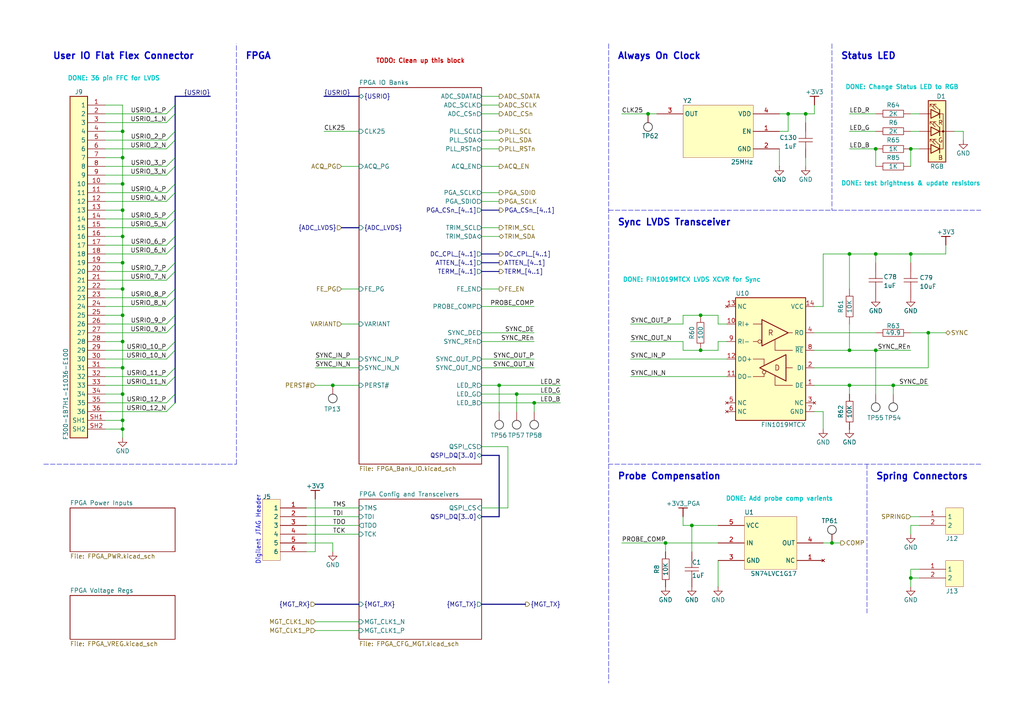
<source format=kicad_sch>
(kicad_sch (version 20250114) (generator "eeschema") (generator_version "9.0")
  (paper "A4")
  (title_block (title "ThunderScope") (rev "5") (company "EEVengers") (comment 1 "Aleksa Bjelogrlic"))
  (bus_alias "USRIO" (members "USRIO_1_P" "USRIO_1_N" "USRIO_2_P" "USRIO_2_N" "USRIO_3_P" "USRIO_3_N" "USRIO_4_P" "USRIO_4_N" "USRIO_5_P" "USRIO_5_N" "USRIO_6_P" "USRIO_6_N" "USRIO_7_P" "USRIO_7_N" "USRIO_8_P" "USRIO_8_N" "USRIO_9_P" "USRIO_9_N" "USRIO_10_P" "USRIO_10_N" "USRIO_11_P" "USRIO_11_N" "USRIO_12_P" "USRIO_12_N"))
  (text "DONE: Add probe comp varients" (at 226.06 144.78 0) (effects (font (size 1.27 1.27) (thickness 0.254) (bold yes))))
  (text "Always On Clock" (at 179.07 15.24 0) (effects (font (size 1.905 1.905) (thickness 0.381) (bold yes)) (justify left top)))
  (text "Sync LVDS Transceiver " (at 179.07 63.5 0) (effects (font (size 1.905 1.905) (thickness 0.381) (bold yes)) (justify left top)))
  (text "DONE: test brightness & update resistors" (at 264.16 53.34 0) (effects (font (size 1.27 1.27) (thickness 0.254) (bold yes))))
  (text "Spring Connectors" (at 254 137.16 0) (effects (font (size 1.905 1.905) (thickness 0.381) (bold yes)) (justify left top)))
  (text "User IO Flat Flex Connector" (at 15.24 15.24 0) (effects (font (size 1.905 1.905) (thickness 0.381) (bold yes)) (justify left top)))
  (text "TODO: Clean up this block" (at 121.92 17.78 0) (effects (font (size 1.27 1.27) (thickness 0.254) (bold yes))))
  (text "Status LED" (at 243.84 15.24 0) (effects (font (size 1.905 1.905) (thickness 0.381) (bold yes)) (justify left top)))
  (text "Probe Compensation" (at 179.07 137.16 0) (effects (font (size 1.905 1.905) (thickness 0.381) (bold yes)) (justify left top)))
  (text "DONE: FIN1019MTCX LVDS XCVR for Sync" (at 200.66 81.28 0) (effects (font (size 1.27 1.27) (thickness 0.254) (bold yes))))
  (text "Digilent JTAG Header" (at 74.93 153.67 90) (effects (font (size 1.27 1.27))))
  (text "DONE: Change Status LED to RGB" (at 261.62 25.4 0) (effects (font (size 1.27 1.27) (thickness 0.254) (bold yes))))
  (text "FPGA" (at 71.12 15.24 0) (effects (font (size 1.905 1.905) (thickness 0.381) (bold yes)) (justify left top)))
  (text "DONE: 36 pin FFC for LVDS" (at 33.02 22.86 0) (effects (font (size 1.27 1.27) (thickness 0.254) (bold yes))))
  (junction (at 203.2 101.6))
  (junction (at 246.38 111.76))
  (junction (at 35.56 60.96))
  (junction (at 35.56 124.46))
  (junction (at 35.56 121.92))
  (junction (at 228.6 33.02))
  (junction (at 203.2 91.44))
  (junction (at 254 101.6))
  (junction (at 233.68 33.02))
  (junction (at 35.56 83.82))
  (junction (at 144.78 111.76))
  (junction (at 269.24 96.52))
  (junction (at 96.52 111.76))
  (junction (at 193.04 157.48))
  (junction (at 35.56 76.2))
  (junction (at 149.86 114.3))
  (junction (at 35.56 38.1))
  (junction (at 259.08 111.76))
  (junction (at 264.16 43.18))
  (junction (at 254 73.66))
  (junction (at 241.3 157.48))
  (junction (at 35.56 106.68))
  (junction (at 264.16 73.66))
  (junction (at 35.56 91.44))
  (junction (at 187.96 33.02))
  (junction (at 35.56 99.06))
  (junction (at 35.56 68.58))
  (junction (at 35.56 114.3))
  (junction (at 246.38 101.6))
  (junction (at 35.56 45.72))
  (junction (at 154.94 116.84))
  (junction (at 264.16 167.64))
  (junction (at 246.38 73.66))
  (junction (at 254 43.18))
  (junction (at 35.56 53.34))
  (junction (at 200.66 152.4))
  (bus_entry (at 50.8 101.6) (size -2.54 2.54))
  (bus_entry (at 50.8 55.88) (size -2.54 2.54))
  (bus_entry (at 50.8 68.58) (size -2.54 2.54))
  (bus_entry (at 50.8 71.12) (size -2.54 2.54))
  (bus_entry (at 50.8 76.2) (size -2.54 2.54))
  (bus_entry (at 50.8 60.96) (size -2.54 2.54))
  (bus_entry (at 50.8 63.5) (size -2.54 2.54))
  (bus_entry (at 50.8 38.1) (size -2.54 2.54))
  (bus_entry (at 50.8 106.68) (size -2.54 2.54))
  (bus_entry (at 50.8 30.48) (size -2.54 2.54))
  (bus_entry (at 50.8 45.72) (size -2.54 2.54))
  (bus_entry (at 50.8 40.64) (size -2.54 2.54))
  (bus_entry (at 50.8 99.06) (size -2.54 2.54))
  (bus_entry (at 50.8 86.36) (size -2.54 2.54))
  (bus_entry (at 50.8 53.34) (size -2.54 2.54))
  (bus_entry (at 50.8 78.74) (size -2.54 2.54))
  (bus_entry (at 50.8 83.82) (size -2.54 2.54))
  (bus_entry (at 50.8 116.84) (size -2.54 2.54))
  (bus_entry (at 50.8 48.26) (size -2.54 2.54))
  (bus_entry (at 50.8 93.98) (size -2.54 2.54))
  (bus_entry (at 50.8 114.3) (size -2.54 2.54))
  (bus_entry (at 50.8 109.22) (size -2.54 2.54))
  (bus_entry (at 50.8 91.44) (size -2.54 2.54))
  (bus_entry (at 50.8 33.02) (size -2.54 2.54))
  (wire (pts (xy 190.5 33.02) (xy 187.96 33.02)))
  (wire (pts (xy 259.08 111.76) (xy 269.24 111.76)))
  (wire (pts (xy 139.7 68.58) (xy 144.78 68.58)))
  (wire (pts (xy 269.24 106.68) (xy 269.24 96.52)))
  (wire (pts (xy 236.22 106.68) (xy 269.24 106.68)))
  (bus (pts (xy 50.8 114.3) (xy 50.8 116.84)))
  (wire (pts (xy 264.16 167.64) (xy 264.16 165.1)))
  (bus (pts (xy 50.8 27.94) (xy 50.8 30.48)))
  (wire (pts (xy 88.9 152.4) (xy 104.14 152.4)))
  (wire (pts (xy 149.86 114.3) (xy 139.7 114.3)))
  (bus (pts (xy 50.8 71.12) (xy 50.8 76.2)))
  (wire (pts (xy 198.12 101.6) (xy 203.2 101.6)))
  (wire (pts (xy 246.38 111.76) (xy 259.08 111.76)))
  (wire (pts (xy 139.7 99.06) (xy 154.94 99.06)))
  (wire (pts (xy 35.56 99.06) (xy 30.48 99.06)))
  (wire (pts (xy 236.22 119.38) (xy 238.76 119.38)))
  (wire (pts (xy 35.56 45.72) (xy 30.48 45.72)))
  (wire (pts (xy 266.7 165.1) (xy 264.16 165.1)))
  (wire (pts (xy 246.38 114.3) (xy 246.38 111.76)))
  (wire (pts (xy 226.06 48.26) (xy 226.06 43.18)))
  (wire (pts (xy 35.56 68.58) (xy 30.48 68.58)))
  (wire (pts (xy 48.26 73.66) (xy 30.48 73.66)))
  (wire (pts (xy 154.94 106.68) (xy 139.7 106.68)))
  (bus (pts (xy 50.8 30.48) (xy 50.8 33.02)))
  (wire (pts (xy 208.28 101.6) (xy 208.28 99.06)))
  (bus (pts (xy 50.8 76.2) (xy 50.8 78.74)))
  (wire (pts (xy 91.44 106.68) (xy 104.14 106.68)))
  (wire (pts (xy 139.7 33.02) (xy 144.78 33.02)))
  (wire (pts (xy 274.32 71.12) (xy 274.32 73.66)))
  (wire (pts (xy 91.44 182.88) (xy 104.14 182.88)))
  (wire (pts (xy 154.94 116.84) (xy 162.56 116.84)))
  (bus (pts (xy 50.8 45.72) (xy 50.8 48.26)))
  (bus (pts (xy 50.8 38.1) (xy 50.8 40.64)))
  (polyline (pts (xy 284.48 134.62) (xy 176.53 134.62)) (stroke (width 0.127) (type dash)))
  (wire (pts (xy 226.06 33.02) (xy 228.6 33.02)))
  (wire (pts (xy 254 73.66) (xy 264.16 73.66)))
  (wire (pts (xy 238.76 119.38) (xy 238.76 124.46)))
  (wire (pts (xy 276.86 38.1) (xy 279.4 38.1)))
  (bus (pts (xy 50.8 48.26) (xy 50.8 53.34)))
  (wire (pts (xy 246.38 101.6) (xy 254 101.6)))
  (wire (pts (xy 147.32 147.32) (xy 139.7 147.32)))
  (wire (pts (xy 264.16 170.18) (xy 264.16 167.64)))
  (wire (pts (xy 35.56 114.3) (xy 30.48 114.3)))
  (wire (pts (xy 144.78 58.42) (xy 139.7 58.42)))
  (wire (pts (xy 139.7 96.52) (xy 154.94 96.52)))
  (wire (pts (xy 241.3 157.48) (xy 238.76 157.48)))
  (wire (pts (xy 264.16 33.02) (xy 266.7 33.02)))
  (wire (pts (xy 48.26 55.88) (xy 30.48 55.88)))
  (wire (pts (xy 35.56 53.34) (xy 35.56 60.96)))
  (wire (pts (xy 99.06 48.26) (xy 104.14 48.26)))
  (wire (pts (xy 139.7 43.18) (xy 144.78 43.18)))
  (bus (pts (xy 50.8 99.06) (xy 50.8 101.6)))
  (bus (pts (xy 139.7 76.2) (xy 144.78 76.2)) (stroke (width 0.254)))
  (wire (pts (xy 228.6 33.02) (xy 233.68 33.02)))
  (wire (pts (xy 149.86 114.3) (xy 162.56 114.3)))
  (wire (pts (xy 264.16 152.4) (xy 264.16 154.94)))
  (wire (pts (xy 48.26 63.5) (xy 30.48 63.5)))
  (bus (pts (xy 144.78 132.08) (xy 144.78 149.86)))
  (wire (pts (xy 279.4 38.1) (xy 279.4 40.64)))
  (wire (pts (xy 35.56 114.3) (xy 35.56 121.92)))
  (wire (pts (xy 274.32 73.66) (xy 264.16 73.66)))
  (wire (pts (xy 48.26 33.02) (xy 30.48 33.02)))
  (wire (pts (xy 236.22 30.48) (xy 236.22 33.02)))
  (wire (pts (xy 187.96 33.02) (xy 180.34 33.02)))
  (wire (pts (xy 35.56 106.68) (xy 35.56 114.3)))
  (wire (pts (xy 236.22 111.76) (xy 246.38 111.76)))
  (wire (pts (xy 48.26 104.14) (xy 30.48 104.14)))
  (polyline (pts (xy 176.53 12.7) (xy 176.53 198.12)) (stroke (width 0.127) (type dash)))
  (wire (pts (xy 210.82 109.22) (xy 182.88 109.22)))
  (wire (pts (xy 91.44 180.34) (xy 104.14 180.34)))
  (wire (pts (xy 246.38 33.02) (xy 254 33.02)))
  (wire (pts (xy 48.26 78.74) (xy 30.48 78.74)))
  (bus (pts (xy 50.8 55.88) (xy 50.8 60.96)))
  (wire (pts (xy 144.78 48.26) (xy 139.7 48.26)))
  (wire (pts (xy 264.16 96.52) (xy 269.24 96.52)))
  (wire (pts (xy 96.52 157.48) (xy 96.52 160.02)))
  (wire (pts (xy 154.94 116.84) (xy 139.7 116.84)))
  (polyline (pts (xy 241.3 12.7) (xy 241.3 60.96)) (stroke (width 0.127) (type dash)))
  (wire (pts (xy 154.94 116.84) (xy 154.94 119.38)))
  (wire (pts (xy 35.56 91.44) (xy 30.48 91.44)))
  (wire (pts (xy 266.7 152.4) (xy 264.16 152.4)))
  (wire (pts (xy 48.26 111.76) (xy 30.48 111.76)))
  (polyline (pts (xy 251.46 134.62) (xy 251.46 177.8)) (stroke (width 0.127) (type dash)))
  (wire (pts (xy 104.14 38.1) (xy 93.98 38.1)))
  (polyline (pts (xy 68.58 134.62) (xy 68.58 12.7)) (stroke (width 0.127) (type dash)))
  (bus (pts (xy 50.8 109.22) (xy 50.8 114.3)))
  (bus (pts (xy 139.7 175.26) (xy 152.4 175.26)))
  (wire (pts (xy 35.56 38.1) (xy 35.56 45.72)))
  (wire (pts (xy 48.26 40.64) (xy 30.48 40.64)))
  (wire (pts (xy 48.26 50.8) (xy 30.48 50.8)))
  (wire (pts (xy 246.38 43.18) (xy 254 43.18)))
  (wire (pts (xy 139.7 88.9) (xy 154.94 88.9)))
  (wire (pts (xy 198.12 152.4) (xy 200.66 152.4)))
  (wire (pts (xy 243.84 157.48) (xy 241.3 157.48)))
  (wire (pts (xy 48.26 116.84) (xy 30.48 116.84)))
  (wire (pts (xy 48.26 35.56) (xy 30.48 35.56)))
  (bus (pts (xy 139.7 132.08) (xy 144.78 132.08)))
  (wire (pts (xy 236.22 101.6) (xy 246.38 101.6)))
  (wire (pts (xy 144.78 111.76) (xy 139.7 111.76)))
  (wire (pts (xy 193.04 157.48) (xy 208.28 157.48)))
  (wire (pts (xy 198.12 93.98) (xy 198.12 91.44)))
  (wire (pts (xy 228.6 38.1) (xy 228.6 33.02)))
  (wire (pts (xy 48.26 86.36) (xy 30.48 86.36)))
  (wire (pts (xy 91.44 104.14) (xy 104.14 104.14)))
  (wire (pts (xy 233.68 33.02) (xy 233.68 35.56)))
  (wire (pts (xy 198.12 93.98) (xy 182.88 93.98)))
  (wire (pts (xy 238.76 73.66) (xy 246.38 73.66)))
  (wire (pts (xy 264.16 38.1) (xy 266.7 38.1)))
  (wire (pts (xy 144.78 111.76) (xy 144.78 119.38)))
  (wire (pts (xy 226.06 38.1) (xy 228.6 38.1)))
  (wire (pts (xy 48.26 43.18) (xy 30.48 43.18)))
  (wire (pts (xy 35.56 121.92) (xy 30.48 121.92)))
  (wire (pts (xy 35.56 83.82) (xy 30.48 83.82)))
  (wire (pts (xy 35.56 127) (xy 35.56 124.46)))
  (wire (pts (xy 48.26 66.04) (xy 30.48 66.04)))
  (wire (pts (xy 264.16 73.66) (xy 264.16 76.2)))
  (wire (pts (xy 254 73.66) (xy 254 76.2)))
  (wire (pts (xy 96.52 111.76) (xy 104.14 111.76)))
  (wire (pts (xy 35.56 83.82) (xy 35.56 91.44)))
  (wire (pts (xy 208.28 91.44) (xy 203.2 91.44)))
  (wire (pts (xy 35.56 60.96) (xy 35.56 68.58)))
  (wire (pts (xy 144.78 30.48) (xy 139.7 30.48)))
  (wire (pts (xy 35.56 76.2) (xy 30.48 76.2)))
  (wire (pts (xy 48.26 48.26) (xy 30.48 48.26)))
  (wire (pts (xy 35.56 76.2) (xy 35.56 83.82)))
  (bus (pts (xy 50.8 101.6) (xy 50.8 106.68)))
  (wire (pts (xy 208.28 101.6) (xy 203.2 101.6)))
  (wire (pts (xy 246.38 73.66) (xy 254 73.66)))
  (wire (pts (xy 198.12 91.44) (xy 203.2 91.44)))
  (bus (pts (xy 50.8 83.82) (xy 50.8 86.36)))
  (wire (pts (xy 200.66 152.4) (xy 208.28 152.4)))
  (wire (pts (xy 238.76 73.66) (xy 238.76 88.9)))
  (wire (pts (xy 264.16 149.86) (xy 266.7 149.86)))
  (bus (pts (xy 144.78 78.74) (xy 139.7 78.74)) (stroke (width 0.254)))
  (bus (pts (xy 50.8 27.94) (xy 60.96 27.94)))
  (bus (pts (xy 50.8 78.74) (xy 50.8 83.82)))
  (wire (pts (xy 198.12 99.06) (xy 182.88 99.06)))
  (bus (pts (xy 50.8 40.64) (xy 50.8 45.72)))
  (wire (pts (xy 200.66 152.4) (xy 200.66 160.02)))
  (wire (pts (xy 48.26 71.12) (xy 30.48 71.12)))
  (wire (pts (xy 35.56 124.46) (xy 30.48 124.46)))
  (polyline (pts (xy 176.53 60.96) (xy 284.48 60.96)) (stroke (width 0.127) (type dash)))
  (wire (pts (xy 208.28 91.44) (xy 208.28 93.98)))
  (wire (pts (xy 246.38 93.98) (xy 246.38 101.6)))
  (wire (pts (xy 233.68 33.02) (xy 236.22 33.02)))
  (wire (pts (xy 149.86 114.3) (xy 149.86 119.38)))
  (bus (pts (xy 144.78 73.66) (xy 139.7 73.66)) (stroke (width 0.254)))
  (wire (pts (xy 99.06 83.82) (xy 104.14 83.82)))
  (wire (pts (xy 259.08 114.3) (xy 259.08 111.76)))
  (wire (pts (xy 35.56 38.1) (xy 30.48 38.1)))
  (wire (pts (xy 254 43.18) (xy 254 48.26)))
  (bus (pts (xy 50.8 106.68) (xy 50.8 109.22)))
  (wire (pts (xy 144.78 111.76) (xy 162.56 111.76)))
  (bus (pts (xy 50.8 68.58) (xy 50.8 71.12)))
  (wire (pts (xy 139.7 38.1) (xy 144.78 38.1)))
  (wire (pts (xy 48.26 119.38) (xy 30.48 119.38)))
  (bus (pts (xy 50.8 86.36) (xy 50.8 91.44)))
  (bus (pts (xy 50.8 33.02) (xy 50.8 38.1)))
  (bus (pts (xy 99.06 66.04) (xy 104.14 66.04)))
  (bus (pts (xy 104.14 27.94) (xy 93.98 27.94)))
  (bus (pts (xy 139.7 60.96) (xy 144.78 60.96)) (stroke (width 0.254)))
  (wire (pts (xy 35.56 121.92) (xy 35.56 124.46)))
  (wire (pts (xy 208.28 99.06) (xy 210.82 99.06)))
  (wire (pts (xy 99.06 93.98) (xy 104.14 93.98)))
  (wire (pts (xy 48.26 88.9) (xy 30.48 88.9)))
  (wire (pts (xy 264.16 43.18) (xy 266.7 43.18)))
  (bus (pts (xy 50.8 53.34) (xy 50.8 55.88)))
  (wire (pts (xy 35.56 53.34) (xy 30.48 53.34)))
  (wire (pts (xy 48.26 81.28) (xy 30.48 81.28)))
  (wire (pts (xy 180.34 157.48) (xy 193.04 157.48)))
  (wire (pts (xy 208.28 93.98) (xy 210.82 93.98)))
  (wire (pts (xy 246.38 38.1) (xy 254 38.1)))
  (wire (pts (xy 35.56 30.48) (xy 35.56 38.1)))
  (wire (pts (xy 35.56 45.72) (xy 35.56 53.34)))
  (wire (pts (xy 35.56 68.58) (xy 35.56 76.2)))
  (wire (pts (xy 154.94 104.14) (xy 139.7 104.14)))
  (wire (pts (xy 91.44 160.02) (xy 91.44 144.78)))
  (wire (pts (xy 35.56 99.06) (xy 35.56 106.68)))
  (wire (pts (xy 246.38 73.66) (xy 246.38 83.82)))
  (bus (pts (xy 91.44 175.26) (xy 104.14 175.26)))
  (wire (pts (xy 88.9 160.02) (xy 91.44 160.02)))
  (wire (pts (xy 193.04 157.48) (xy 193.04 160.02)))
  (wire (pts (xy 233.68 48.26) (xy 233.68 45.72)))
  (bus (pts (xy 139.7 149.86) (xy 144.78 149.86)))
  (wire (pts (xy 88.9 154.94) (xy 104.14 154.94)))
  (polyline (pts (xy 12.7 134.62) (xy 68.58 134.62)) (stroke (width 0.127) (type dash)))
  (wire (pts (xy 236.22 88.9) (xy 238.76 88.9)))
  (wire (pts (xy 208.28 162.56) (xy 208.28 170.18)))
  (wire (pts (xy 139.7 83.82) (xy 144.78 83.82)))
  (bus (pts (xy 50.8 91.44) (xy 50.8 93.98)))
  (wire (pts (xy 269.24 96.52) (xy 274.32 96.52)))
  (wire (pts (xy 147.32 129.54) (xy 147.32 147.32)))
  (wire (pts (xy 91.44 111.76) (xy 96.52 111.76)))
  (wire (pts (xy 139.7 55.88) (xy 144.78 55.88)))
  (bus (pts (xy 50.8 60.96) (xy 50.8 63.5)))
  (wire (pts (xy 48.26 109.22) (xy 30.48 109.22)))
  (wire (pts (xy 254 101.6) (xy 264.16 101.6)))
  (wire (pts (xy 139.7 27.94) (xy 144.78 27.94)))
  (wire (pts (xy 48.26 101.6) (xy 30.48 101.6)))
  (wire (pts (xy 35.56 106.68) (xy 30.48 106.68)))
  (wire (pts (xy 48.26 93.98) (xy 30.48 93.98)))
  (wire (pts (xy 198.12 149.86) (xy 198.12 152.4)))
  (wire (pts (xy 254 96.52) (xy 236.22 96.52)))
  (wire (pts (xy 139.7 129.54) (xy 147.32 129.54)))
  (bus (pts (xy 50.8 93.98) (xy 50.8 99.06)))
  (wire (pts (xy 48.26 58.42) (xy 30.48 58.42)))
  (wire (pts (xy 88.9 147.32) (xy 104.14 147.32)))
  (wire (pts (xy 139.7 66.04) (xy 144.78 66.04)))
  (wire (pts (xy 144.78 40.64) (xy 139.7 40.64)))
  (wire (pts (xy 48.26 96.52) (xy 30.48 96.52)))
  (wire (pts (xy 88.9 157.48) (xy 96.52 157.48)))
  (wire (pts (xy 266.7 167.64) (xy 264.16 167.64)))
  (wire (pts (xy 88.9 149.86) (xy 104.14 149.86)))
  (wire (pts (xy 264.16 43.18) (xy 264.16 48.26)))
  (wire (pts (xy 35.56 60.96) (xy 30.48 60.96)))
  (wire (pts (xy 198.12 99.06) (xy 198.12 101.6)))
  (wire (pts (xy 254 101.6) (xy 254 114.3)))
  (wire (pts (xy 30.48 30.48) (xy 35.56 30.48)))
  (wire (pts (xy 210.82 104.14) (xy 182.88 104.14)))
  (wire (pts (xy 35.56 91.44) (xy 35.56 99.06)))
  (bus (pts (xy 50.8 63.5) (xy 50.8 68.58)))
  (label "{USRIO}" (at 93.98 27.94 0))
  (label "USRIO_12_P" (at 48.26 116.84 180))
  (label "USRIO_10_P" (at 48.26 101.6 180))
  (label "SYNC_DE" (at 269.24 111.76 180))
  (label "USRIO_9_N" (at 48.26 96.52 180))
  (label "SYNC_IN_N" (at 91.44 106.68 0))
  (label "USRIO_12_N" (at 48.26 119.38 180))
  (label "USRIO_4_N" (at 48.26 58.42 180))
  (label "LED_B" (at 246.38 43.18 0))
  (label "{USRIO}" (at 60.96 27.94 180))
  (label "SYNC_IN_P" (at 91.44 104.14 0))
  (label "SYNC_REn" (at 264.16 101.6 180))
  (label "CLK25" (at 180.34 33.02 0))
  (label "USRIO_4_P" (at 48.26 55.88 180))
  (label "USRIO_1_N" (at 48.26 35.56 180))
  (label "TMS" (at 96.52 147.32 0))
  (label "USRIO_11_N" (at 48.26 111.76 180))
  (label "USRIO_5_N" (at 48.26 66.04 180))
  (label "SYNC_DE" (at 154.94 96.52 180))
  (label "USRIO_5_P" (at 48.26 63.5 180))
  (label "PROBE_COMP" (at 154.94 88.9 180))
  (label "TDO" (at 96.52 152.4 0))
  (label "CLK25" (at 93.98 38.1 0))
  (label "SYNC_OUT_P" (at 182.88 93.98 0))
  (label "TDI" (at 96.52 149.86 0))
  (label "USRIO_10_N" (at 48.26 104.14 180))
  (label "LED_G" (at 162.56 114.3 180))
  (label "SYNC_OUT_P" (at 154.94 104.14 180))
  (label "USRIO_3_N" (at 48.26 50.8 180))
  (label "SYNC_REn" (at 154.94 99.06 180))
  (label "SYNC_OUT_N" (at 182.88 99.06 0))
  (label "TCK" (at 96.52 154.94 0))
  (label "USRIO_7_P" (at 48.26 78.74 180))
  (label "USRIO_2_P" (at 48.26 40.64 180))
  (label "PROBE_COMP" (at 180.34 157.48 0))
  (label "USRIO_7_N" (at 48.26 81.28 180))
  (label "SYNC_OUT_N" (at 154.94 106.68 180))
  (label "USRIO_2_N" (at 48.26 43.18 180))
  (label "USRIO_6_P" (at 48.26 71.12 180))
  (label "USRIO_3_P" (at 48.26 48.26 180))
  (label "SYNC_IN_N" (at 182.88 109.22 0))
  (label "LED_R" (at 246.38 33.02 0))
  (label "LED_R" (at 162.56 111.76 180))
  (label "LED_B" (at 162.56 116.84 180))
  (label "USRIO_8_N" (at 48.26 88.9 180))
  (label "USRIO_11_P" (at 48.26 109.22 180))
  (label "USRIO_6_N" (at 48.26 73.66 180))
  (label "SYNC_IN_P" (at 182.88 104.14 0))
  (label "USRIO_1_P" (at 48.26 33.02 180))
  (label "USRIO_8_P" (at 48.26 86.36 180))
  (label "USRIO_9_P" (at 48.26 93.98 180))
  (label "LED_G" (at 246.38 38.1 0))
  (hierarchical_label "PLL_SDA" (shape bidirectional) (at 144.78 40.64 0))
  (hierarchical_label "ACQ_PG" (shape input) (at 99.06 48.26 180))
  (hierarchical_label "SPRING" (shape input) (at 264.16 149.86 180))
  (hierarchical_label "ATTEN_[4..1]" (shape output) (at 144.78 76.2 0))
  (hierarchical_label "FE_PG" (shape input) (at 99.06 83.82 180))
  (hierarchical_label "MGT_CLK1_P" (shape input) (at 91.44 182.88 180))
  (hierarchical_label "SYNC" (shape bidirectional) (at 274.32 96.52 0))
  (hierarchical_label "DC_CPL_[4..1]" (shape output) (at 144.78 73.66 0))
  (hierarchical_label "{ADC_LVDS}" (shape input) (at 99.06 66.04 180))
  (hierarchical_label "ADC_SDATA" (shape output) (at 144.78 27.94 0))
  (hierarchical_label "{MGT_TX}" (shape output) (at 152.4 175.26 0))
  (hierarchical_label "TRIM_SCL" (shape output) (at 144.78 66.04 0))
  (hierarchical_label "{MGT_RX}" (shape input) (at 91.44 175.26 180))
  (hierarchical_label "TRIM_SDA" (shape bidirectional) (at 144.78 68.58 0))
  (hierarchical_label "TERM_[4..1]" (shape output) (at 144.78 78.74 0))
  (hierarchical_label "ADC_SCLK" (shape output) (at 144.78 30.48 0))
  (hierarchical_label "PGA_SCLK" (shape output) (at 144.78 58.42 0))
  (hierarchical_label "FE_EN" (shape output) (at 144.78 83.82 0))
  (hierarchical_label "PLL_SCL" (shape output) (at 144.78 38.1 0))
  (hierarchical_label "PGA_CSn_[4..1]" (shape output) (at 144.78 60.96 0))
  (hierarchical_label "COMP" (shape output) (at 243.84 157.48 0))
  (hierarchical_label "ADC_CSn" (shape output) (at 144.78 33.02 0))
  (hierarchical_label "PERST#" (shape input) (at 91.44 111.76 180))
  (hierarchical_label "ACQ_EN" (shape output) (at 144.78 48.26 0))
  (hierarchical_label "VARIANT" (shape input) (at 99.06 93.98 180))
  (hierarchical_label "MGT_CLK1_N" (shape input) (at 91.44 180.34 180))
  (hierarchical_label "PLL_RSTn" (shape output) (at 144.78 43.18 0))
  (hierarchical_label "PGA_SDIO" (shape output) (at 144.78 55.88 0))
  (symbol (lib_id "Thunderscope_Rev5:RES 10K OHM 1% 1/10W 0402") (at 246.38 119.38 270) (mirror x) (unit 1)
    (property "Reference" "R62" (at 243.84 119.38 0))
    (property "Value" "10K" (at 246.38 119.38 0))
    (property "Footprint" "Thunderscope_Rev5:GEN_R_0402" (effects (hide yes)))
    (property "TOLERANCE" "1%" (effects (hide yes)))
    (property "PACKAGE" "0402" (effects (hide yes)))
    (property "SUPPLIER 1" "Mouser" (effects (hide yes)))
    (property "SUPPLIER PART NUMBER 1" "667-ERJ-2RKF1002X" (effects (hide yes)))
    (property "MANUFACTURER" "Panasonic" (effects (hide yes)))
    (property "MANUFACTURER PART NUMBER" "ERJ-2RKF1002X" (effects (hide yes)))
  )
  (symbol (lib_id "Thunderscope_Rev5:RES 2K OHM 1% 1/16W 0402") (at 259.08 33.02 0) (mirror y) (unit 1)
    (property "Reference" "R64" (at 259.08 30.48 0))
    (property "Value" "2K" (at 259.08 33.02 0))
    (property "Footprint" "Thunderscope_Rev5:GEN_R_0402" (effects (hide yes)))
    (property "TOLERANCE" "1%" (effects (hide yes)))
    (property "PACKAGE" "0402" (effects (hide yes)))
    (property "SUPPLIER 1" "Mouser" (effects (hide yes)))
    (property "SUPPLIER PART NUMBER 1" "603-RC0402FR-072KL" (effects (hide yes)))
    (property "MANUFACTURER" "Yageo" (effects (hide yes)))
    (property "MANUFACTURER PART NUMBER" "RC0402FR-072KL" (effects (hide yes)))
  )
  (symbol (lib_id "Thunderscope_Rev5:CONN SPRING 2 PIN") (at 276.86 167.64 180) (unit 1)
    (property "Reference" "J13" (at 274.32 171.45 0) (effects (justify right)))
    (property "Value" "009155002852006" (effects (hide yes)))
    (property "Footprint" "Thunderscope_Rev5:KYO_009155002852006" (effects (hide yes)))
    (property "SUPPLIER 1" "Mouser" (effects (hide yes)))
    (property "SUPPLIER PART NUMBER 1" "581-009155002852006" (effects (hide yes)))
    (property "MANUFACTURER" "KYOCERA AVX" (effects (hide yes)))
    (property "MANUFACTURER PART NUMBER" "009155002852006" (effects (hide yes)))
  )
  (symbol (lib_id "Thunderscope_Rev5:CAP 10uF 25V X5R 0603") (at 264.16 81.28 0) (unit 1)
    (property "Reference" "C79" (at 266.7 81.28 0) (effects (justify left bottom)))
    (property "Value" "10uF" (at 266.7 83.82 0) (effects (justify left bottom)))
    (property "Footprint" "Thunderscope_Rev5:GEN_C_0603" (effects (hide yes)))
    (property "PACKAGE" "0402" (effects (hide yes)))
    (property "VOLTAGE RATING" "25V" (effects (hide yes)))
    (property "SUPPLIER 1" "Mouser" (effects (hide yes)))
    (property "SUPPLIER PART NUMBER 1" "81-GRM188R61E106MA3D" (effects (hide yes)))
    (property "MANUFACTURER" "Murata" (effects (hide yes)))
    (property "MANUFACTURER PART NUMBER" "GRM188R61E106MA73D" (effects (hide yes)))
  )
  (symbol (lib_id "Thunderscope_Rev5:TP PCB 1mm") (at 241.3 157.48 90) (unit 1) (in_bom no)
    (property "Reference" "TP61" (at 243.1078 150.3408 90) (effects (justify left bottom)))
    (property "Value" "PCB" (effects (hide yes)))
    (property "Footprint" "Thunderscope_Rev5:GEN_TP_PCB" (effects (hide yes)))
  )
  (symbol (lib_id "Thunderscope_Rev5:TP PCB 1mm") (at 254 114.3 270) (unit 1) (in_bom no)
    (property "Reference" "TP55" (at 251.46 121.92 90) (effects (justify left bottom)))
    (property "Value" "PCB" (effects (hide yes)))
    (property "Footprint" "Thunderscope_Rev5:GEN_TP_PCB" (effects (hide yes)))
  )
  (symbol (lib_id "Thunderscope_Rev5:CONN 2.54mm 6 Pin TH RA") (at 78.74 149.86 0) (unit 1)
    (property "Reference" "J5" (at 76.2 144.78 0) (effects (justify left bottom)))
    (property "Value" "2.54mm 6 Pin TH" (effects (hide yes)))
    (property "Footprint" "Thunderscope_Rev5:GEN_2.54MM_6_PIN_TH_RA" (effects (hide yes)))
    (property "SUPPLIER 1" "Mouser" (effects (hide yes)))
    (property "SUPPLIER PART NUMBER 1" "710-61300611021" (effects (hide yes)))
    (property "MANUFACTURER" "Wurth Electronics" (effects (hide yes)))
    (property "MANUFACTURER PART NUMBER" "61300611021" (effects (hide yes)))
  )
  (symbol (lib_id "Thunderscope_Rev5:RES 2K OHM 1% 1/16W 0402") (at 259.08 38.1 0) (mirror y) (unit 1)
    (property "Reference" "R6" (at 259.08 35.56 0))
    (property "Value" "2K" (at 259.08 38.1 0))
    (property "Footprint" "Thunderscope_Rev5:GEN_R_0402" (effects (hide yes)))
    (property "TOLERANCE" "1%" (effects (hide yes)))
    (property "PACKAGE" "0402" (effects (hide yes)))
    (property "SUPPLIER 1" "Mouser" (effects (hide yes)))
    (property "SUPPLIER PART NUMBER 1" "603-RC0402FR-072KL" (effects (hide yes)))
    (property "MANUFACTURER" "Yageo" (effects (hide yes)))
    (property "MANUFACTURER PART NUMBER" "RC0402FR-072KL" (effects (hide yes)))
  )
  (symbol (lib_id "Thunderscope_Rev5:RES 10K OHM 1% 1/10W 0402") (at 246.38 88.9 270) (mirror x) (unit 1)
    (property "Reference" "R61" (at 243.84 88.9 0))
    (property "Value" "10K" (at 246.38 88.9 0))
    (property "Footprint" "Thunderscope_Rev5:GEN_R_0402" (effects (hide yes)))
    (property "TOLERANCE" "1%" (effects (hide yes)))
    (property "PACKAGE" "0402" (effects (hide yes)))
    (property "SUPPLIER 1" "Mouser" (effects (hide yes)))
    (property "SUPPLIER PART NUMBER 1" "667-ERJ-2RKF1002X" (effects (hide yes)))
    (property "MANUFACTURER" "Panasonic" (effects (hide yes)))
    (property "MANUFACTURER PART NUMBER" "ERJ-2RKF1002X" (effects (hide yes)))
  )
  (symbol (lib_id "Thunderscope_Rev5:+3V3_BAR") (at 91.44 144.78 180) (unit 1)
    (property "Reference" "#PWR0304" (effects (hide yes)))
    (property "Value" "+3V3" (at 91.44 140.97 0))
    (property "Description" "Power symbol creates a global label with name '+3V3'" (effects (hide yes)))
  )
  (symbol (lib_id "Thunderscope_Rev5:CAP 1uF 25V X5R 0402") (at 254 81.28 0) (unit 1)
    (property "Reference" "C78" (at 256.254 81.026 0) (effects (justify left bottom)))
    (property "Value" "1uF" (at 256.254 83.566 0) (effects (justify left bottom)))
    (property "Footprint" "Thunderscope_Rev5:GEN_C_0402" (effects (hide yes)))
    (property "PACKAGE" "0402" (effects (hide yes)))
    (property "VOLTAGE RATING" "25V" (effects (hide yes)))
    (property "SUPPLIER 1" "Mouser" (effects (hide yes)))
    (property "SUPPLIER PART NUMBER 1" "81-GRM155R61E105KA2D" (effects (hide yes)))
    (property "MANUFACTURER" "Murata" (effects (hide yes)))
    (property "MANUFACTURER PART NUMBER" "GRM155R61E105KA12D" (effects (hide yes)))
  )
  (symbol (lib_id "Thunderscope_Rev5:TP PCB 1mm") (at 144.78 119.38 270) (unit 1) (in_bom no)
    (property "Reference" "TP56" (at 142.24 127 90) (effects (justify left bottom)))
    (property "Value" "PCB" (effects (hide yes)))
    (property "Footprint" "Thunderscope_Rev5:GEN_TP_PCB" (effects (hide yes)))
  )
  (symbol (lib_id "Thunderscope_Rev5:LED RGB 1204 APFA3010LSEKJ3ZGKQBC") (at 271.78 38.1 0) (unit 1)
    (property "Reference" "D1" (at 274.32 27.94 0) (effects (justify right)))
    (property "Value" "RGB" (at 271.78 48.26 0))
    (property "Footprint" "Thunderscope_Rev5:LED_Kingbright_APFA3010_3x1.5mm_Horizontal" (effects (hide yes)))
    (property "SUPPLIER 1" "Mouser" (effects (hide yes)))
    (property "SUPPLIER PART NUMBER 1" "604-APFA3010LSEKJ3ZG" (effects (hide yes)))
    (property "MANUFACTURER" "Kingbright" (effects (hide yes)))
    (property "MANUFACTURER PART NUMBER" "APFA3010LSEKJ3ZGKQBC" (effects (hide yes)))
  )
  (symbol (lib_id "Thunderscope_Rev5:TP PCB 1mm") (at 154.94 119.38 270) (unit 1) (in_bom no)
    (property "Reference" "TP58" (at 152.4 127 90) (effects (justify left bottom)))
    (property "Value" "PCB" (effects (hide yes)))
    (property "Footprint" "Thunderscope_Rev5:GEN_TP_PCB" (effects (hide yes)))
  )
  (symbol (lib_id "Thunderscope_Rev5:GND") (at 279.4 40.64 0) (unit 1)
    (property "Reference" "#PWR02" (effects (hide yes)))
    (property "Value" "GND" (at 279.4 44.45 0))
    (property "Description" "Power symbol creates a global label with name \"GND\" , ground" (effects (hide yes)))
  )
  (symbol (lib_id "Thunderscope_Rev5:GND") (at 208.28 170.18 0) (mirror y) (unit 1)
    (property "Reference" "#PWR05" (effects (hide yes)))
    (property "Value" "GND" (at 208.28 173.99 0))
    (property "Description" "Power symbol creates a global label with name \"GND\" , ground" (effects (hide yes)))
  )
  (symbol (lib_id "Thunderscope_Rev5:TP PCB 1mm") (at 96.52 111.76 270) (unit 1) (in_bom no)
    (property "Reference" "TP13" (at 93.98 119.38 90) (effects (justify left bottom)))
    (property "Value" "PCB" (effects (hide yes)))
    (property "Footprint" "Thunderscope_Rev5:GEN_TP_PCB" (effects (hide yes)))
  )
  (symbol (lib_id "Thunderscope_Rev5:CONN SPRING 2 PIN") (at 276.86 152.4 180) (unit 1)
    (property "Reference" "J12" (at 274.32 156.21 0) (effects (justify right)))
    (property "Value" "009155002852006" (effects (hide yes)))
    (property "Footprint" "Thunderscope_Rev5:KYO_009155002852006" (effects (hide yes)))
    (property "SUPPLIER 1" "Mouser" (effects (hide yes)))
    (property "SUPPLIER PART NUMBER 1" "581-009155002852006" (effects (hide yes)))
    (property "MANUFACTURER" "KYOCERA AVX" (effects (hide yes)))
    (property "MANUFACTURER PART NUMBER" "009155002852006" (effects (hide yes)))
  )
  (symbol (lib_id "Thunderscope_Rev5:IC LVDS XCVR FIN1019MTCX") (at 233.68 88.9 0) (mirror y) (unit 1)
    (property "Reference" "U10" (at 213.36 85.09 0) (effects (justify right)))
    (property "Value" "FIN1019MTCX" (at 233.68 123.19 0) (effects (justify left)))
    (property "Footprint" "Thunderscope_Rev5:GEN_TSSOP-14_4.4x5mm_P0.65mm" (effects (hide yes)))
    (property "SUPPLIER 1" "Mouser" (effects (hide yes)))
    (property "SUPPLIER PART NUMBER 1" "512-FIN1019MTCX" (effects (hide yes)))
    (property "MANUFACTURER" "onsemi" (effects (hide yes)))
    (property "MANUFACTURER PART NUMBER" "FIN1019MTCX" (effects (hide yes)))
  )
  (symbol (lib_id "Thunderscope_Rev5:GND") (at 254 86.36 0) (mirror y) (unit 1)
    (property "Reference" "#PWR0323" (effects (hide yes)))
    (property "Value" "GND" (at 254 90.17 0))
    (property "Description" "Power symbol creates a global label with name \"GND\" , ground" (effects (hide yes)))
  )
  (symbol (lib_id "Thunderscope_Rev5:RES 10K OHM 1% 1/10W 0402") (at 193.04 165.1 270) (mirror x) (unit 1)
    (property "Reference" "R8" (at 190.5 165.1 0))
    (property "Value" "10K" (at 193.04 165.1 0))
    (property "Footprint" "Thunderscope_Rev5:GEN_R_0402" (effects (hide yes)))
    (property "TOLERANCE" "1%" (effects (hide yes)))
    (property "PACKAGE" "0402" (effects (hide yes)))
    (property "SUPPLIER 1" "Mouser" (effects (hide yes)))
    (property "SUPPLIER PART NUMBER 1" "667-ERJ-2RKF1002X" (effects (hide yes)))
    (property "MANUFACTURER" "Panasonic" (effects (hide yes)))
    (property "MANUFACTURER PART NUMBER" "ERJ-2RKF1002X" (effects (hide yes)))
  )
  (symbol (lib_id "Thunderscope_Rev5:GND") (at 200.66 170.18 0) (mirror y) (unit 1)
    (property "Reference" "#PWR04" (effects (hide yes)))
    (property "Value" "GND" (at 200.66 173.99 0))
    (property "Description" "Power symbol creates a global label with name \"GND\" , ground" (effects (hide yes)))
  )
  (symbol (lib_id "Thunderscope_Rev5:+3V3_BAR") (at 274.32 71.12 180) (unit 1)
    (property "Reference" "#PWR0326" (effects (hide yes)))
    (property "Value" "+3V3" (at 274.32 67.31 0))
    (property "Description" "Power symbol creates a global label with name '+3V3'" (effects (hide yes)))
  )
  (symbol (lib_id "Thunderscope_Rev5:CAP 1uF 25V X5R 0402") (at 200.66 165.1 0) (mirror y) (unit 1)
    (property "Reference" "C1" (at 200.66 163.83 0) (effects (justify right bottom)))
    (property "Value" "1uF" (at 200.66 167.64 0) (effects (justify right bottom)))
    (property "Footprint" "Thunderscope_Rev5:GEN_C_0402" (effects (hide yes)))
    (property "PACKAGE" "0402" (effects (hide yes)))
    (property "VOLTAGE RATING" "25V" (effects (hide yes)))
    (property "SUPPLIER 1" "Mouser" (effects (hide yes)))
    (property "SUPPLIER PART NUMBER 1" "81-GRM155R61E105KA2D" (effects (hide yes)))
    (property "MANUFACTURER" "Murata" (effects (hide yes)))
    (property "MANUFACTURER PART NUMBER" "GRM155R61E105KA12D" (effects (hide yes)))
  )
  (symbol (lib_id "Thunderscope_Rev5:CAP 1uF 25V X5R 0402") (at 233.68 40.64 0) (mirror y) (unit 1)
    (property "Reference" "C130" (at 226.06 40.64 0) (effects (justify right bottom)))
    (property "Value" "1uF" (at 231.14 43.18 0) (effects (justify left bottom)))
    (property "Footprint" "Thunderscope_Rev5:GEN_C_0402" (effects (hide yes)))
    (property "PACKAGE" "0402" (effects (hide yes)))
    (property "VOLTAGE RATING" "25V" (effects (hide yes)))
    (property "SUPPLIER 1" "Mouser" (effects (hide yes)))
    (property "SUPPLIER PART NUMBER 1" "81-GRM155R61E105KA2D" (effects (hide yes)))
    (property "MANUFACTURER" "Murata" (effects (hide yes)))
    (property "MANUFACTURER PART NUMBER" "GRM155R61E105KA12D" (effects (hide yes)))
  )
  (symbol (lib_id "Thunderscope_Rev5:GND") (at 226.06 48.26 0) (mirror y) (unit 1)
    (property "Reference" "#PWR0350" (effects (hide yes)))
    (property "Value" "GND" (at 226.06 52.07 0))
    (property "Description" "Power symbol creates a global label with name \"GND\" , ground" (effects (hide yes)))
  )
  (symbol (lib_id "Thunderscope_Rev5:GND") (at 96.52 160.02 0) (unit 1)
    (property "Reference" "#PWR0403" (effects (hide yes)))
    (property "Value" "GND" (at 96.52 163.83 0))
    (property "Description" "Power symbol creates a global label with name \"GND\" , ground" (effects (hide yes)))
  )
  (symbol (lib_id "Thunderscope_Rev5:TP PCB 1mm") (at 259.08 114.3 270) (unit 1) (in_bom no)
    (property "Reference" "TP54" (at 256.54 121.92 90) (effects (justify left bottom)))
    (property "Value" "PCB" (effects (hide yes)))
    (property "Footprint" "Thunderscope_Rev5:GEN_TP_PCB" (effects (hide yes)))
  )
  (symbol (lib_id "Thunderscope_Rev5:IC BUFFER SN74LVC1G17") (at 223.52 157.48 0) (mirror y) (unit 1)
    (property "Reference" "U1" (at 215.9 148.59 0) (effects (justify right)))
    (property "Value" "SN74LVC1G17" (at 231.14 166.37 0) (effects (justify left)))
    (property "Footprint" "Thunderscope_Rev5:GEN_SC-70-5" (effects (hide yes)))
    (property "SUPPLIER 1" "Texas Instruments" (effects (hide yes)))
    (property "SUPPLIER PART NUMBER 1" "SN74LVC1G17DCKR" (effects (hide yes)))
    (property "MANUFACTURER" "Texas Instruments" (effects (hide yes)))
    (property "MANUFACTURER PART NUMBER" "SN74LVC1G17DCKR" (effects (hide yes)))
  )
  (symbol (lib_id "Thunderscope_Rev5:CONN FFC BOTTOM 36POS 0.5MM RA") (at 20.32 27.94 0) (unit 1)
    (property "Reference" "J9" (at 22.86 26.67 0))
    (property "Value" "F300-1B7H1-11036-E100" (at 19.05 114.3 90))
    (property "Footprint" "Thunderscope_Rev5:AMPHENOL_F300-1B7H1-11036-E100" (effects (hide yes)))
    (property "SUPPLIER 1" "Mouser" (effects (hide yes)))
    (property "SUPPLIER PART NUMBER 1" "649-F3001B7H111036E1 " (effects (hide yes)))
    (property "MANUFACTURER" "Amphenol ICC" (effects (hide yes)))
    (property "MANUFACTURER PART NUMBER" "F300-1B7H1-11036-E100" (effects (hide yes)))
  )
  (symbol (lib_id "Thunderscope_Rev5:GND") (at 264.16 86.36 0) (mirror y) (unit 1)
    (property "Reference" "#PWR0324" (effects (hide yes)))
    (property "Value" "GND" (at 264.16 90.17 0))
    (property "Description" "Power symbol creates a global label with name \"GND\" , ground" (effects (hide yes)))
  )
  (symbol (lib_id "Thunderscope_Rev5:GND") (at 35.56 127 0) (mirror y) (unit 1)
    (property "Reference" "#PWR0303" (effects (hide yes)))
    (property "Value" "GND" (at 35.56 130.81 0))
    (property "Description" "Power symbol creates a global label with name \"GND\" , ground" (effects (hide yes)))
  )
  (symbol (lib_id "Thunderscope_Rev5:RES 1K OHM 1% 1/10W 0402") (at 259.08 48.26 270) (mirror x) (unit 1)
    (property "Reference" "R85" (at 259.08 45.72 90))
    (property "Value" "1K" (at 259.08 48.26 90))
    (property "Footprint" "Thunderscope_Rev5:GEN_R_0402" (effects (hide yes)))
    (property "TOLERANCE" "1%" (effects (hide yes)))
    (property "PACKAGE" "0402" (effects (hide yes)))
    (property "SUPPLIER 1" "Mouser" (effects (hide yes)))
    (property "SUPPLIER PART NUMBER 1" "603-RC0402FR-071KL" (effects (hide yes)))
    (property "HOUSE PART NUMBER" "R-1K-0402-1%-001" (effects (hide yes)))
    (property "MANUFACTURER" "Yageo" (effects (hide yes)))
    (property "MANUFACTURER PART NUMBER" "RC0402FR-071KL" (effects (hide yes)))
  )
  (symbol (lib_id "Thunderscope_Rev5:RES 49.9 OHM 1% 1/10W 0402") (at 259.08 96.52 0) (mirror y) (unit 1)
    (property "Reference" "R63" (at 259.08 95.25 0) (effects (justify bottom)))
    (property "Value" "49.9" (at 259.08 96.52 0))
    (property "Footprint" "Thunderscope_Rev5:GEN_R_0402" (effects (hide yes)))
    (property "PACKAGE" "0402" (effects (hide yes)))
    (property "SUPPLIER 1" "Mouser" (effects (hide yes)))
    (property "SUPPLIER PART NUMBER 1" "603-RC0402FR-0749R9L" (effects (hide yes)))
    (property "MANUFACTURER" "Yageo" (effects (hide yes)))
    (property "MANUFACTURER PART NUMBER" "RC0402FR-0749R9L" (effects (hide yes)))
    (property "TOLERANCE" "1%" (effects (hide yes)))
  )
  (symbol (lib_id "Thunderscope_Rev5:+3V3_IO_BAR") (at 236.22 30.48 0) (mirror x) (unit 1)
    (property "Reference" "#PWR0347" (effects (hide yes)))
    (property "Value" "+3V3" (at 236.22 26.67 0))
    (property "Description" "Power symbol creates a global label with name '+3V3_IO'" (effects (hide yes)))
  )
  (symbol (lib_id "Thunderscope_Rev5:RES 1K OHM 1% 1/10W 0402") (at 259.08 43.18 270) (mirror x) (unit 1)
    (property "Reference" "R65" (at 259.08 40.64 90))
    (property "Value" "1K" (at 259.08 43.18 90))
    (property "Footprint" "Thunderscope_Rev5:GEN_R_0402" (effects (hide yes)))
    (property "TOLERANCE" "1%" (effects (hide yes)))
    (property "PACKAGE" "0402" (effects (hide yes)))
    (property "SUPPLIER 1" "Mouser" (effects (hide yes)))
    (property "SUPPLIER PART NUMBER 1" "603-RC0402FR-071KL" (effects (hide yes)))
    (property "HOUSE PART NUMBER" "R-1K-0402-1%-001" (effects (hide yes)))
    (property "MANUFACTURER" "Yageo" (effects (hide yes)))
    (property "MANUFACTURER PART NUMBER" "RC0402FR-071KL" (effects (hide yes)))
  )
  (symbol (lib_id "Thunderscope_Rev5:+3V3_PGA_BAR") (at 198.12 149.86 0) (mirror x) (unit 1)
    (property "Reference" "#PWR03" (effects (hide yes)))
    (property "Value" "+3V3_PGA" (at 198.12 146.05 0))
    (property "Description" "Power symbol creates a global label with name '+3V3_PGA'" (effects (hide yes)))
  )
  (symbol (lib_id "Thunderscope_Rev5:TP PCB 1mm") (at 187.96 33.02 270) (unit 1) (in_bom no)
    (property "Reference" "TP62" (at 186.1522 40.1592 90) (effects (justify left bottom)))
    (property "Value" "PCB" (effects (hide yes)))
    (property "Footprint" "Thunderscope_Rev5:GEN_TP_PCB" (effects (hide yes)))
  )
  (symbol (lib_id "Thunderscope_Rev5:GND") (at 238.76 124.46 0) (mirror y) (unit 1)
    (property "Reference" "#PWR0315" (effects (hide yes)))
    (property "Value" "GND" (at 238.76 128.27 0))
    (property "Description" "Power symbol creates a global label with name \"GND\" , ground" (effects (hide yes)))
  )
  (symbol (lib_id "Thunderscope_Rev5:GND") (at 264.16 170.18 0) (mirror y) (unit 1)
    (property "Reference" "#PWR0362" (effects (hide yes)))
    (property "Value" "GND" (at 264.16 173.99 0))
    (property "Description" "Power symbol creates a global label with name \"GND\" , ground" (effects (hide yes)))
  )
  (symbol (lib_id "Thunderscope_Rev5:OSC 25MHz ECS-TXO-2016") (at 208.28 38.1 0) (mirror y) (unit 1)
    (property "Reference" "Y2" (at 198.12 29.21 0) (effects (justify right)))
    (property "Value" "25MHz" (at 218.44 46.99 0) (effects (justify left)))
    (property "Footprint" "Thunderscope_Rev5:ECS_TXO-2016" (effects (hide yes)))
    (property "SUPPLIER 1" "Mouser" (effects (hide yes)))
    (property "SUPPLIER PART NUMBER 1" "520-TXO-2016-33-250T" (effects (hide yes)))
    (property "HOUSE PART NUMBER" "ECS-TXO-2016-33-250-TR" (effects (hide yes)))
    (property "MANUFACTURER" "ECS International" (effects (hide yes)))
    (property "MANUFACTURER PART NUMBER" "ECS-TXO-2016-33-250-TR" (effects (hide yes)))
  )
  (symbol (lib_id "Thunderscope_Rev5:GND") (at 246.38 124.46 0) (mirror y) (unit 1)
    (property "Reference" "#PWR0316" (effects (hide yes)))
    (property "Value" "GND" (at 246.38 128.27 0))
    (property "Description" "Power symbol creates a global label with name \"GND\" , ground" (effects (hide yes)))
  )
  (symbol (lib_id "Thunderscope_Rev5:RES 100 OHM 1% 1/10W 0402") (at 203.2 96.52 270) (mirror x) (unit 1)
    (property "Reference" "R60" (at 200.66 96.52 0))
    (property "Value" "100" (at 203.2 96.52 0))
    (property "Footprint" "Thunderscope_Rev5:GEN_R_0402" (effects (hide yes)))
    (property "TOLERANCE" "1%" (effects (hide yes)))
    (property "PACKAGE" "0402" (effects (hide yes)))
    (property "SUPPLIER 1" "Mouser" (effects (hide yes)))
    (property "SUPPLIER PART NUMBER 1" "603-RC0402FR-07100RL" (effects (hide yes)))
    (property "MANUFACTURER" "Yageo" (effects (hide yes)))
    (property "MANUFACTURER PART NUMBER" "RC0402FR-07100RL" (effects (hide yes)))
  )
  (symbol (lib_id "Thunderscope_Rev5:TP PCB 1mm") (at 149.86 119.38 270) (unit 1) (in_bom no)
    (property "Reference" "TP57" (at 147.32 127 90) (effects (justify left bottom)))
    (property "Value" "PCB" (effects (hide yes)))
    (property "Footprint" "Thunderscope_Rev5:GEN_TP_PCB" (effects (hide yes)))
  )
  (symbol (lib_id "Thunderscope_Rev5:GND") (at 233.68 48.26 0) (mirror y) (unit 1)
    (property "Reference" "#PWR0349" (effects (hide yes)))
    (property "Value" "GND" (at 233.68 52.07 0))
    (property "Description" "Power symbol creates a global label with name \"GND\" , ground" (effects (hide yes)))
  )
  (symbol (lib_id "Thunderscope_Rev5:GND") (at 264.16 154.94 0) (mirror y) (unit 1)
    (property "Reference" "#PWR0361" (effects (hide yes)))
    (property "Value" "GND" (at 264.16 158.75 0))
    (property "Description" "Power symbol creates a global label with name \"GND\" , ground" (effects (hide yes)))
  )
  (symbol (lib_id "Thunderscope_Rev5:GND") (at 193.04 170.18 0) (mirror y) (unit 1)
    (property "Reference" "#PWR01" (effects (hide yes)))
    (property "Value" "GND" (at 193.04 173.99 0))
    (property "Description" "Power symbol creates a global label with name \"GND\" , ground" (effects (hide yes)))
  )
  (sheet (at 20.32 147.32) (size 30.48 12.7) (stroke (width 0) (color 128 0 0 1))
    (property "Sheetname" "FPGA Power Inputs" (at 20.32 146.6084 0) (effects (justify left bottom)))
    (property "Sheetfile" "FPGA_PWR.kicad_sch" (at 20.32 160.6046 0) (effects (justify left top)))
  )
  (sheet (at 104.14 25.4) (size 35.56 109.22) (stroke (width 0.1524))
    (property "Sheetname" "FPGA IO Banks" (at 104.14 24.6884 0) (effects (justify left bottom)))
    (property "Sheetfile" "FPGA_Bank_IO.kicad_sch" (at 104.14 135.2046 0) (effects (justify left top)))
    (pin "FE_EN" output (at 139.7 83.82 0))
    (pin "PROBE_COMP" output (at 139.7 88.9 0))
    (pin "PLL_RSTn" output (at 139.7 43.18 0))
    (pin "ATTEN_[4..1]" output (at 139.7 76.2 0))
    (pin "TERM_[4..1]" output (at 139.7 78.74 0))
    (pin "DC_CPL_[4..1]" output (at 139.7 73.66 0))
    (pin "PGA_CSn_[4..1]" output (at 139.7 60.96 0))
    (pin "ADC_CSn" output (at 139.7 33.02 0))
    (pin "PERST#" input (at 104.14 111.76 180))
    (pin "ADC_SDATA" output (at 139.7 27.94 0))
    (pin "ADC_SCLK" output (at 139.7 30.48 0))
    (pin "PLL_SCL" output (at 139.7 38.1 0))
    (pin "PLL_SDA" bidirectional (at 139.7 40.64 0))
    (pin "ACQ_EN" output (at 139.7 48.26 0))
    (pin "PGA_SCLK" output (at 139.7 55.88 0))
    (pin "PGA_SDIO" output (at 139.7 58.42 0))
    (pin "TRIM_SCL" output (at 139.7 66.04 0))
    (pin "TRIM_SDA" bidirectional (at 139.7 68.58 0))
    (pin "SYNC_OUT_N" output (at 139.7 106.68 0))
    (pin "SYNC_OUT_P" output (at 139.7 104.14 0))
    (pin "SYNC_IN_P" input (at 104.14 104.14 180))
    (pin "SYNC_IN_N" input (at 104.14 106.68 180))
    (pin "FE_PG" input (at 104.14 83.82 180))
    (pin "ACQ_PG" input (at 104.14 48.26 180))
    (pin "SYNC_DE" output (at 139.7 96.52 0))
    (pin "SYNC_REn" output (at 139.7 99.06 0))
    (pin "{ADC_LVDS}" input (at 104.14 66.04 180))
    (pin "{USRIO}" bidirectional (at 104.14 27.94 180))
    (pin "LED_R" output (at 139.7 111.76 0))
    (pin "LED_G" output (at 139.7 114.3 0))
    (pin "LED_B" output (at 139.7 116.84 0))
    (pin "CLK25" input (at 104.14 38.1 180))
    (pin "QSPI_CS" output (at 139.7 129.54 0))
    (pin "QSPI_DQ[3..0]" bidirectional (at 139.7 132.08 0))
    (pin "VARIANT" input (at 104.14 93.98 180))
  )
  (sheet (at 20.32 172.72) (size 30.48 12.7) (stroke (width 0) (color 128 0 0 1))
    (property "Sheetname" "FPGA Voltage Regs" (at 20.32 172.0084 0) (effects (justify left bottom)))
    (property "Sheetfile" "FPGA_VREG.kicad_sch" (at 20.32 186.0046 0) (effects (justify left top)))
  )
  (sheet (at 104.14 144.78) (size 35.56 40.64) (stroke (width 0) (color 128 0 0 1))
    (property "Sheetname" "FPGA Config and Transceivers" (at 104.14 144.0684 0) (effects (justify left bottom)))
    (property "Sheetfile" "FPGA_CFG_MGT.kicad_sch" (at 104.14 186.0046 0) (effects (justify left top)))
    (pin "TDI" input (at 104.14 149.86 180))
    (pin "TDO" output (at 104.14 152.4 180))
    (pin "TCK" input (at 104.14 154.94 180))
    (pin "TMS" input (at 104.14 147.32 180))
    (pin "QSPI_DQ[3..0]" bidirectional (at 139.7 149.86 0))
    (pin "QSPI_CS" input (at 139.7 147.32 0))
    (pin "MGT_CLK1_N" input (at 104.14 180.34 180))
    (pin "MGT_CLK1_P" input (at 104.14 182.88 180))
    (pin "{MGT_TX}" output (at 139.7 175.26 0))
    (pin "{MGT_RX}" input (at 104.14 175.26 180))
  )
)
</source>
